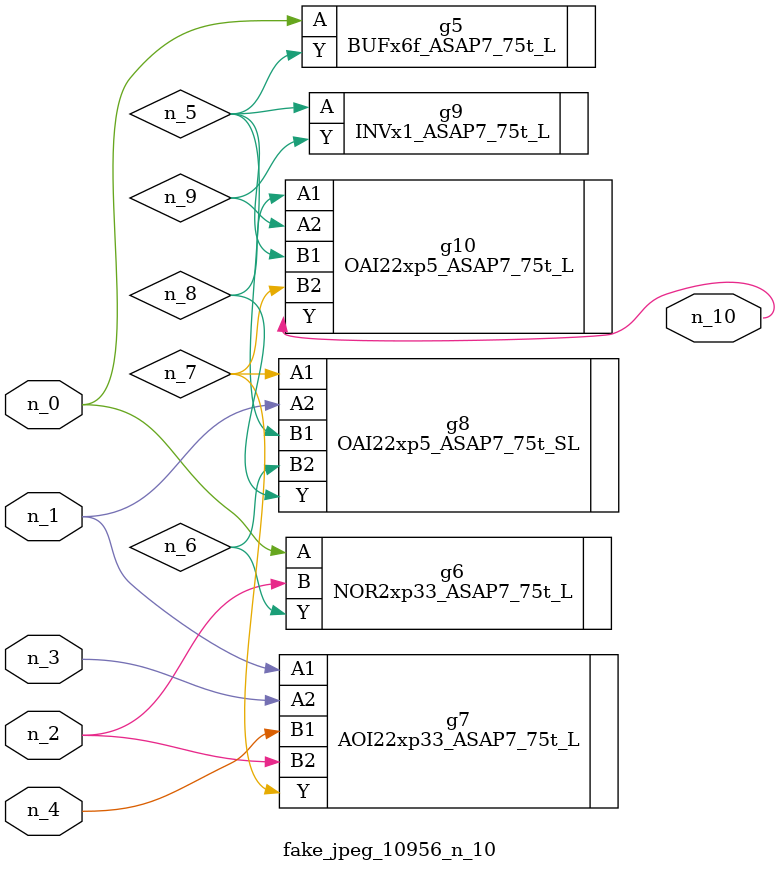
<source format=v>
module fake_jpeg_10956_n_10 (n_3, n_2, n_1, n_0, n_4, n_10);

input n_3;
input n_2;
input n_1;
input n_0;
input n_4;

output n_10;

wire n_8;
wire n_9;
wire n_6;
wire n_5;
wire n_7;

BUFx6f_ASAP7_75t_L g5 ( 
.A(n_0),
.Y(n_5)
);

NOR2xp33_ASAP7_75t_L g6 ( 
.A(n_0),
.B(n_2),
.Y(n_6)
);

AOI22xp33_ASAP7_75t_L g7 ( 
.A1(n_1),
.A2(n_3),
.B1(n_4),
.B2(n_2),
.Y(n_7)
);

OAI22xp5_ASAP7_75t_SL g8 ( 
.A1(n_7),
.A2(n_1),
.B1(n_5),
.B2(n_6),
.Y(n_8)
);

OAI22xp5_ASAP7_75t_L g10 ( 
.A1(n_8),
.A2(n_9),
.B1(n_5),
.B2(n_7),
.Y(n_10)
);

INVx1_ASAP7_75t_L g9 ( 
.A(n_5),
.Y(n_9)
);


endmodule
</source>
